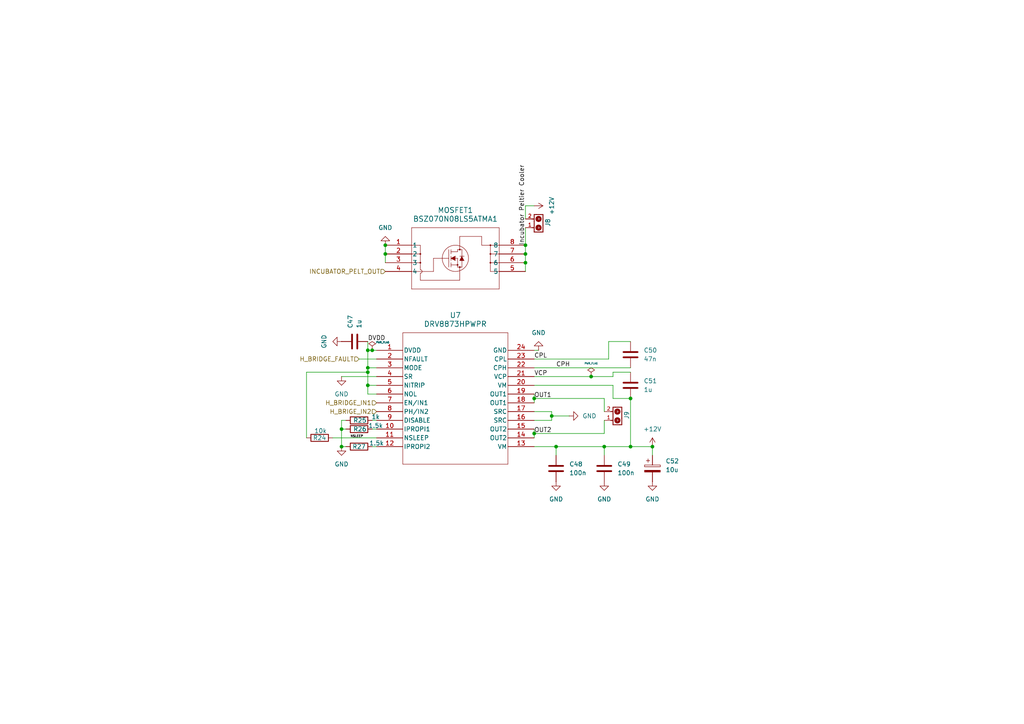
<source format=kicad_sch>
(kicad_sch (version 20231120) (generator "eeschema") (generator_version "8.0")
  (paper "A4")
  (lib_symbols
    (symbol "6620XX11122_66200211122:6620XX11122_66200211122" (pin_names (offset 1.016))
      (property "Reference" "J" (at 2.26 -0.555 0))
      (symbol "6620XX11122_66200211122_0_0"
        (circle (center -2.54 -1.27) (radius 0.254) (stroke (width 0.635)))
        (circle (center 0 -1.27) (radius 0.254) (stroke (width 0.635)))
        (polyline (pts (xy -3.81 -2.54) (xy -1.905 -2.54)) (stroke (width 0.254)))
        (polyline (pts (xy -3.81 -1.905) (xy -3.81 -2.54)) (stroke (width 0.254)))
        (polyline (pts (xy -3.81 0) (xy -3.81 -1.905)) (stroke (width 0.254)))
        (polyline (pts (xy -2.54 -3.175) (xy -2.54 -2.54)) (stroke (width 0.254)))
        (polyline (pts (xy -2.54 -1.27) (xy -2.54 -1.905)) (stroke (width 0.254)))
        (polyline (pts (xy -2.54 0) (xy -3.81 0)) (stroke (width 0.254)))
        (polyline (pts (xy -1.905 -2.54) (xy 0 -2.54)) (stroke (width 0.254)))
        (polyline (pts (xy -0.635 0) (xy -2.54 0)) (stroke (width 0.254)))
        (polyline (pts (xy 0 -3.175) (xy 0 -2.54)) (stroke (width 0.254)))
        (polyline (pts (xy 0 -2.54) (xy 1.27 -2.54)) (stroke (width 0.254)))
        (polyline (pts (xy 0 -1.27) (xy 0 -1.905)) (stroke (width 0.254)))
        (polyline (pts (xy 1.27 -2.54) (xy 1.27 -0.635)) (stroke (width 0.254)))
        (polyline (pts (xy 1.27 -0.635) (xy 1.27 0)) (stroke (width 0.254)))
        (polyline (pts (xy 1.27 0) (xy -0.635 0)) (stroke (width 0.254)))
        (pin passive line (at 0 -5.08 90) (length 2.54) (name "~") (number "1"))
        (pin passive line (at -2.54 -5.08 90) (length 2.54) (name "~") (number "2"))
      )
    )
    (symbol "BSZ070N08LS5ATMA1:BSZ070N08LS5ATMA1" (pin_names (offset 0.254))
      (property "Reference" "MOSFET" (at 20.32 10.16 0))
      (property "Value" "BSZ070N08LS5ATMA1" (at 20.32 7.62 0))
      (symbol "BSZ070N08LS5ATMA1_0_1"
        (polyline (pts (xy 7.62 -12.7) (xy 33.02 -12.7)) (stroke (width 0.127)))
        (polyline (pts (xy 7.62 -7.62) (xy 13.97 -7.62)) (stroke (width 0.127)))
        (polyline (pts (xy 7.62 -5.08) (xy 10.16 -5.08)) (stroke (width 0.127)))
        (polyline (pts (xy 7.62 -2.54) (xy 10.16 -2.54)) (stroke (width 0.127)))
        (polyline (pts (xy 7.62 0) (xy 10.16 0)) (stroke (width 0.127)))
        (polyline (pts (xy 7.62 5.08) (xy 7.62 -12.7)) (stroke (width 0.127)))
        (polyline (pts (xy 10.16 -10.16) (xy 21.59 -10.16)) (stroke (width 0.127)))
        (polyline (pts (xy 10.16 -8.128) (xy 10.16 -10.16)) (stroke (width 0.127)))
        (polyline (pts (xy 10.16 0) (xy 10.16 -7.112)) (stroke (width 0.127)))
        (polyline (pts (xy 13.97 -7.62) (xy 13.97 -3.81)) (stroke (width 0.127)))
        (polyline (pts (xy 13.97 -3.81) (xy 18.415 -3.81)) (stroke (width 0.127)))
        (polyline (pts (xy 18.415 -6.35) (xy 18.415 -1.27)) (stroke (width 0.127)))
        (polyline (pts (xy 19.05 -6.35) (xy 19.05 -5.08)) (stroke (width 0.127)))
        (polyline (pts (xy 19.05 -5.715) (xy 20.955 -5.715)) (stroke (width 0.127)))
        (polyline (pts (xy 19.05 -4.445) (xy 19.05 -3.175)) (stroke (width 0.127)))
        (polyline (pts (xy 19.05 -2.54) (xy 19.05 -1.27)) (stroke (width 0.127)))
        (polyline (pts (xy 19.05 -1.905) (xy 20.955 -1.905)) (stroke (width 0.127)))
        (polyline (pts (xy 20.32 -3.81) (xy 20.955 -3.81)) (stroke (width 0.127)))
        (polyline (pts (xy 20.955 -6.35) (xy 20.955 -3.81)) (stroke (width 0.127)))
        (polyline (pts (xy 20.955 -6.35) (xy 22.225 -6.35)) (stroke (width 0.127)))
        (polyline (pts (xy 20.955 -1.905) (xy 20.955 -1.27)) (stroke (width 0.127)))
        (polyline (pts (xy 20.955 -1.27) (xy 22.225 -1.27)) (stroke (width 0.127)))
        (polyline (pts (xy 21.59 -10.16) (xy 21.59 -6.35)) (stroke (width 0.127)))
        (polyline (pts (xy 21.59 2.54) (xy 21.59 -1.27)) (stroke (width 0.127)))
        (polyline (pts (xy 22.225 -6.35) (xy 22.225 -4.445)) (stroke (width 0.127)))
        (polyline (pts (xy 22.225 -3.175) (xy 22.225 -1.27)) (stroke (width 0.127)))
        (polyline (pts (xy 22.86 -3.175) (xy 21.59 -3.175)) (stroke (width 0.127)))
        (polyline (pts (xy 27.94 0) (xy 27.94 2.54)) (stroke (width 0.127)))
        (polyline (pts (xy 27.94 2.54) (xy 21.59 2.54)) (stroke (width 0.127)))
        (polyline (pts (xy 30.48 -7.62) (xy 30.48 0)) (stroke (width 0.127)))
        (polyline (pts (xy 33.02 -12.7) (xy 33.02 5.08)) (stroke (width 0.127)))
        (polyline (pts (xy 33.02 -7.62) (xy 30.48 -7.62)) (stroke (width 0.127)))
        (polyline (pts (xy 33.02 -5.08) (xy 30.48 -5.08)) (stroke (width 0.127)))
        (polyline (pts (xy 33.02 -2.54) (xy 30.48 -2.54)) (stroke (width 0.127)))
        (polyline (pts (xy 33.02 0) (xy 27.94 0)) (stroke (width 0.127)))
        (polyline (pts (xy 33.02 5.08) (xy 7.62 5.08)) (stroke (width 0.127)))
        (polyline (pts (xy 20.32 -3.175) (xy 19.05 -3.81) (xy 20.32 -4.445)) (fill (type outline)))
        (polyline (pts (xy 22.86 -4.445) (xy 21.59 -4.445) (xy 22.225 -3.175)) (fill (type outline)))
        (arc (start 10.16 -8.128) (mid 10.6657 -7.62) (end 10.16 -7.112) (stroke (width 0.127)))
        (circle (center 10.16 -5.08) (radius 0.127) (stroke (width 0.254)))
        (circle (center 10.16 -2.54) (radius 0.127) (stroke (width 0.254)))
        (circle (center 20.32 -3.81) (radius 3.81) (stroke (width 0.127)))
        (circle (center 20.955 -5.715) (radius 0.127) (stroke (width 0.254)))
        (circle (center 21.59 -6.35) (radius 0.127) (stroke (width 0.254)))
        (circle (center 21.59 -1.27) (radius 0.127) (stroke (width 0.254)))
        (circle (center 30.48 -5.08) (radius 0.127) (stroke (width 0.254)))
        (circle (center 30.48 -2.54) (radius 0.127) (stroke (width 0.254)))
        (circle (center 30.48 0) (radius 0.127) (stroke (width 0.254)))
        (pin unspecified line (at 0 0 0) (length 7.62) (name "1") (number "1"))
        (pin unspecified line (at 0 -2.54 0) (length 7.62) (name "2") (number "2"))
        (pin unspecified line (at 0 -5.08 0) (length 7.62) (name "3") (number "3"))
        (pin unspecified line (at 0 -7.62 0) (length 7.62) (name "4") (number "4"))
        (pin unspecified line (at 40.64 -7.62 180) (length 7.62) (name "5") (number "5"))
        (pin unspecified line (at 40.64 -5.08 180) (length 7.62) (name "6") (number "6"))
        (pin unspecified line (at 40.64 -2.54 180) (length 7.62) (name "7") (number "7"))
        (pin unspecified line (at 40.64 0 180) (length 7.62) (name "8") (number "8"))
      )
    )
    (symbol "DRV8873HPWPR:DRV8873HPWPR" (pin_names (offset 0.254))
      (property "Reference" "U2" (at 22.86 10.16 0))
      (property "Value" "DRV8873HPWPR" (at 22.86 7.62 0))
      (symbol "DRV8873HPWPR_0_1"
        (polyline (pts (xy 7.62 -33.02) (xy 38.1 -33.02)) (stroke (width 0.127)))
        (polyline (pts (xy 7.62 5.08) (xy 7.62 -33.02)) (stroke (width 0.127)))
        (polyline (pts (xy 38.1 -33.02) (xy 38.1 5.08)) (stroke (width 0.127)))
        (polyline (pts (xy 38.1 5.08) (xy 7.62 5.08)) (stroke (width 0.127)))
        (pin power_in line (at 0 0 0) (length 7.62) (name "DVDD") (number "1"))
        (pin output line (at 0 -22.86 0) (length 7.62) (name "IPROPI1") (number "10"))
        (pin input line (at 0 -25.4 0) (length 7.62) (name "NSLEEP") (number "11"))
        (pin output line (at 0 -27.94 0) (length 7.62) (name "IPROPI2") (number "12"))
        (pin power_in line (at 45.72 -27.94 180) (length 7.62) (name "VM") (number "13"))
        (pin input line (at 45.72 -20.32 180) (length 7.62) (name "SRC") (number "16"))
        (pin input line (at 45.72 -17.78 180) (length 7.62) (name "SRC") (number "17"))
        (pin output line (at 0 -2.54 0) (length 7.62) (name "NFAULT") (number "2"))
        (pin power_in line (at 45.72 -10.16 180) (length 7.62) (name "VM") (number "20"))
        (pin power_in line (at 45.72 -7.62 180) (length 7.62) (name "VCP") (number "21"))
        (pin unspecified line (at 45.72 -5.08 180) (length 7.62) (name "CPH") (number "22"))
        (pin unspecified line (at 45.72 -2.54 180) (length 7.62) (name "CPL") (number "23"))
        (pin power_in line (at 45.72 0 180) (length 7.62) (name "GND") (number "24"))
        (pin input line (at 0 -5.08 0) (length 7.62) (name "MODE") (number "3"))
        (pin input line (at 0 -7.62 0) (length 7.62) (name "SR") (number "4"))
        (pin input line (at 0 -10.16 0) (length 7.62) (name "NITRIP") (number "5"))
        (pin input line (at 0 -12.7 0) (length 7.62) (name "NOL") (number "6"))
        (pin input line (at 0 -15.24 0) (length 7.62) (name "EN/IN1") (number "7"))
        (pin input line (at 0 -17.78 0) (length 7.62) (name "PH/IN2") (number "8"))
        (pin input line (at 0 -20.32 0) (length 7.62) (name "DISABLE") (number "9"))
      )
      (symbol "DRV8873HPWPR_1_1"
        (pin passive line (at 45.72 -25.4 180) (length 7.62) (name "OUT2") (number "14"))
        (pin passive line (at 45.72 -22.86 180) (length 7.62) (name "OUT2") (number "15"))
        (pin passive line (at 45.72 -15.24 180) (length 7.62) (name "OUT1") (number "18"))
        (pin passive line (at 45.72 -12.7 180) (length 7.62) (name "OUT1") (number "19"))
      )
    )
    (symbol "Device:C" (pin_numbers hide) (pin_names (offset 0.254))
      (property "Reference" "C" (at 0.635 2.54 0))
      (property "Value" "C" (at 0.635 -2.54 0))
      (symbol "C_0_1"
        (polyline (pts (xy -2.032 -0.762) (xy 2.032 -0.762)) (stroke (width 0.508)))
        (polyline (pts (xy -2.032 0.762) (xy 2.032 0.762)) (stroke (width 0.508)))
      )
      (symbol "C_1_1"
        (pin passive line (at 0 3.81 270) (length 2.794) (name "~") (number "1"))
        (pin passive line (at 0 -3.81 90) (length 2.794) (name "~") (number "2"))
      )
    )
    (symbol "Device:C_Polarized" (pin_numbers hide) (pin_names (offset 0.254))
      (property "Reference" "C" (at 0.635 2.54 0))
      (property "Value" "C_Polarized" (at 0.635 -2.54 0))
      (symbol "C_Polarized_0_1"
        (rectangle (start -2.286 0.508) (end 2.286 1.016))
        (polyline (pts (xy -1.778 2.286) (xy -0.762 2.286)))
        (polyline (pts (xy -1.27 2.794) (xy -1.27 1.778)))
        (rectangle (start 2.286 -0.508) (end -2.286 -1.016) (fill (type outline)))
      )
      (symbol "C_Polarized_1_1"
        (pin passive line (at 0 3.81 270) (length 2.794) (name "~") (number "1"))
        (pin passive line (at 0 -3.81 90) (length 2.794) (name "~") (number "2"))
      )
    )
    (symbol "Device:R" (pin_numbers hide) (pin_names (offset 0))
      (property "Reference" "R" (at 2.032 0 90))
      (property "Value" "R" (at 0 0 90))
      (symbol "R_0_1"
        (rectangle (start -1.016 -2.54) (end 1.016 2.54) (stroke (width 0.254)))
      )
      (symbol "R_1_1"
        (pin passive line (at 0 3.81 270) (length 1.27) (name "~") (number "1"))
        (pin passive line (at 0 -3.81 90) (length 1.27) (name "~") (number "2"))
      )
    )
    (symbol "power:+12V" (power) (pin_numbers hide) (pin_names (offset 0) hide)
      (property "Value" "+12V" (at 0 3.556 0))
      (symbol "+12V_0_1"
        (polyline (pts (xy -0.762 1.27) (xy 0 2.54)))
        (polyline (pts (xy 0 0) (xy 0 2.54)))
        (polyline (pts (xy 0 2.54) (xy 0.762 1.27)))
      )
      (symbol "+12V_1_1"
        (pin power_in line (at 0 0 90) (length 0) (name "~") (number "1"))
      )
    )
    (symbol "power:+5V" (power) (pin_numbers hide) (pin_names (offset 0) hide)
      (property "Value" "+5V" (at 0 3.556 0))
      (symbol "+5V_0_1"
        (polyline (pts (xy -0.762 1.27) (xy 0 2.54)))
        (polyline (pts (xy 0 0) (xy 0 2.54)))
        (polyline (pts (xy 0 2.54) (xy 0.762 1.27)))
      )
      (symbol "+5V_1_1"
        (pin power_in line (at 0 0 90) (length 0) (name "~") (number "1"))
      )
    )
    (symbol "power:GND" (power) (pin_numbers hide) (pin_names (offset 0) hide)
      (property "Value" "GND" (at 0 -3.81 0))
      (symbol "GND_0_1"
        (polyline (pts (xy 0 0) (xy 0 -1.27) (xy 1.27 -1.27) (xy 0 -2.54) (xy -1.27 -1.27) (xy 0 -1.27)))
      )
      (symbol "GND_1_1"
        (pin power_in line (at 0 0 270) (length 0) (name "~") (number "1"))
      )
    )
    (symbol "power:PWR_FLAG" (power) (pin_numbers hide) (pin_names (offset 0) hide)
      (property "Value" "PWR_FLAG" (at 0 3.81 0))
      (symbol "PWR_FLAG_0_0"
        (pin power_out line (at 0 0 90) (length 0) (name "~") (number "1"))
      )
      (symbol "PWR_FLAG_0_1"
        (polyline (pts (xy 0 0) (xy 0 1.27) (xy -1.016 1.905) (xy 0 2.54) (xy 1.016 1.905) (xy 0 1.27)))
      )
    )
  )
  (junction (at 111.76 71.12))
  (junction (at 152.4 73.66))
  (junction (at 111.76 73.66))
  (junction (at 154.94 115.57))
  (junction (at 107.95 101.6))
  (junction (at 154.94 125.73))
  (junction (at 106.68 101.6))
  (junction (at 175.26 129.54))
  (junction (at 106.68 107.95))
  (junction (at 99.06 129.54))
  (junction (at 160.02 120.65))
  (junction (at 161.29 129.54))
  (junction (at 106.68 106.68))
  (junction (at 171.45 109.22))
  (junction (at 182.88 115.57))
  (junction (at 152.4 76.2))
  (junction (at 189.23 129.54))
  (junction (at 182.88 129.54))
  (junction (at 106.68 111.76))
  (junction (at 99.06 124.46))
  (junction (at 152.4 71.12))
  (wire (pts (xy 99.06 129.54) (xy 100.33 129.54)))
  (wire (pts (xy 154.94 121.92) (xy 160.02 121.92)))
  (wire (pts (xy 107.95 124.46) (xy 109.22 124.46)))
  (wire (pts (xy 176.53 99.06) (xy 176.53 104.14)))
  (wire (pts (xy 111.76 73.66) (xy 111.76 76.2)))
  (wire (pts (xy 106.68 106.68) (xy 109.22 106.68)))
  (wire (pts (xy 177.8 115.57) (xy 177.8 111.76)))
  (wire (pts (xy 171.45 109.22) (xy 177.8 109.22)))
  (wire (pts (xy 176.53 99.06) (xy 182.88 99.06)))
  (wire (pts (xy 106.68 99.06) (xy 106.68 101.6)))
  (wire (pts (xy 106.68 111.76) (xy 106.68 107.95)))
  (wire (pts (xy 156.21 101.6) (xy 154.94 101.6)))
  (wire (pts (xy 161.29 129.54) (xy 175.26 129.54)))
  (wire (pts (xy 152.4 59.69) (xy 154.94 59.69)))
  (wire (pts (xy 88.9 107.95) (xy 88.9 127)))
  (wire (pts (xy 152.4 63.5) (xy 152.4 59.69)))
  (wire (pts (xy 154.94 115.57) (xy 175.26 115.57)))
  (wire (pts (xy 154.94 119.38) (xy 160.02 119.38)))
  (wire (pts (xy 107.95 101.6) (xy 109.22 101.6)))
  (wire (pts (xy 88.9 107.95) (xy 106.68 107.95)))
  (wire (pts (xy 152.4 73.66) (xy 152.4 76.2)))
  (wire (pts (xy 177.8 107.95) (xy 177.8 109.22)))
  (wire (pts (xy 152.4 71.12) (xy 152.4 73.66)))
  (wire (pts (xy 154.94 125.73) (xy 154.94 127)))
  (wire (pts (xy 175.26 115.57) (xy 175.26 119.38)))
  (wire (pts (xy 176.53 104.14) (xy 154.94 104.14)))
  (wire (pts (xy 99.06 124.46) (xy 99.06 129.54)))
  (wire (pts (xy 109.22 104.14) (xy 104.14 104.14)))
  (wire (pts (xy 106.68 106.68) (xy 106.68 101.6)))
  (wire (pts (xy 161.29 132.08) (xy 161.29 129.54)))
  (wire (pts (xy 100.33 124.46) (xy 99.06 124.46)))
  (wire (pts (xy 99.06 109.22) (xy 109.22 109.22)))
  (wire (pts (xy 175.26 129.54) (xy 182.88 129.54)))
  (wire (pts (xy 182.88 107.95) (xy 177.8 107.95)))
  (wire (pts (xy 107.95 129.54) (xy 109.22 129.54)))
  (wire (pts (xy 106.68 107.95) (xy 106.68 106.68)))
  (wire (pts (xy 99.06 121.92) (xy 100.33 121.92)))
  (wire (pts (xy 154.94 129.54) (xy 161.29 129.54)))
  (wire (pts (xy 152.4 76.2) (xy 152.4 78.74)))
  (wire (pts (xy 96.52 127) (xy 109.22 127)))
  (wire (pts (xy 177.8 111.76) (xy 154.94 111.76)))
  (wire (pts (xy 154.94 114.3) (xy 154.94 115.57)))
  (wire (pts (xy 99.06 121.92) (xy 99.06 124.46)))
  (wire (pts (xy 106.68 114.3) (xy 106.68 111.76)))
  (wire (pts (xy 111.76 71.12) (xy 111.76 73.66)))
  (wire (pts (xy 182.88 115.57) (xy 177.8 115.57)))
  (wire (pts (xy 154.94 109.22) (xy 171.45 109.22)))
  (wire (pts (xy 109.22 111.76) (xy 106.68 111.76)))
  (wire (pts (xy 160.02 120.65) (xy 165.1 120.65)))
  (wire (pts (xy 189.23 132.08) (xy 189.23 129.54)))
  (wire (pts (xy 189.23 129.54) (xy 182.88 129.54)))
  (wire (pts (xy 154.94 125.73) (xy 175.26 125.73)))
  (wire (pts (xy 175.26 125.73) (xy 175.26 121.92)))
  (wire (pts (xy 106.68 101.6) (xy 107.95 101.6)))
  (wire (pts (xy 152.4 71.12) (xy 152.4 66.04)))
  (wire (pts (xy 154.94 124.46) (xy 154.94 125.73)))
  (wire (pts (xy 109.22 114.3) (xy 106.68 114.3)))
  (wire (pts (xy 160.02 120.65) (xy 160.02 121.92)))
  (wire (pts (xy 160.02 119.38) (xy 160.02 120.65)))
  (wire (pts (xy 154.94 106.68) (xy 182.88 106.68)))
  (wire (pts (xy 175.26 132.08) (xy 175.26 129.54)))
  (wire (pts (xy 107.95 121.92) (xy 109.22 121.92)))
  (wire (pts (xy 182.88 129.54) (xy 182.88 115.57)))
  (wire (pts (xy 154.94 115.57) (xy 154.94 116.84)))
  (label "Incubator Peltier Cooler" (at 152.4 71.12 90))
  (label "DVDD" (at 106.68 99.06 0))
  (label "OUT1" (at 154.94 115.57 0))
  (label "CPL" (at 154.94 104.14 0))
  (label "CPH" (at 161.29 106.68 0))
  (label "OUT2" (at 154.94 125.73 0))
  (label "VCP" (at 154.94 109.22 0))
  (label "NSLEEP" (at 101.6 127 0) (effects (font (size 0.635 0.635))))
  (hierarchical_label "H_BRIDGE_IN1" (shape input) (at 109.22 116.84 180))
  (hierarchical_label "H_BRIDGE_FAULT" (shape input) (at 104.14 104.14 180))
  (hierarchical_label "H_BRIGE_IN2" (shape input) (at 109.22 119.38 180))
  (hierarchical_label "INCUBATOR_PELT_OUT" (shape input) (at 111.76 78.74 180))
  (symbol (lib_id "power:+12V") (at 189.23 129.54 0) (unit 1)
    (property "Reference" "#PWR082" (effects (hide yes)))
    (property "Value" "+12V" (at 189.23 124.46 0))
    (property "Description" "Power symbol creates a global label with name \"+12V\"" (effects (hide yes)))
  )
  (symbol (lib_id "DRV8873HPWPR:DRV8873HPWPR") (at 109.22 101.6 0) (unit 1)
    (property "Reference" "U7" (at 132.08 91.44 0) (effects (font (size 1.524 1.524))))
    (property "Value" "DRV8873HPWPR" (at 132.08 93.98 0) (effects (font (size 1.524 1.524))))
    (property "Footprint" "DRV8873HPWPR.pretty:PWP24_TEX" (effects (hide yes)))
    (property "Datasheet" "DRV8873HPWPR" (effects (hide yes)))
  )
  (symbol (lib_id "power:GND") (at 161.29 139.7 0) (unit 1)
    (property "Reference" "#PWR079" (effects (hide yes)))
    (property "Value" "GND" (at 161.29 144.78 0))
    (property "Description" "Power symbol creates a global label with name \"GND\" , ground" (effects (hide yes)))
  )
  (symbol (lib_id "Device:C") (at 182.88 102.87 0) (unit 1)
    (property "Reference" "C50" (at 186.69 101.5999 0) (effects (justify left)))
    (property "Value" "47n" (at 186.69 104.1399 0) (effects (justify left)))
    (property "Footprint" "Capacitor_SMD:C_0402_1005Metric" (effects (hide yes)))
    (property "Description" "Unpolarized capacitor (X7R)" (effects (hide yes)))
  )
  (symbol (lib_id "BSZ070N08LS5ATMA1:BSZ070N08LS5ATMA1") (at 111.76 71.12 0) (unit 1)
    (property "Reference" "MOSFET1" (at 132.08 60.96 0) (effects (font (size 1.524 1.524))))
    (property "Value" "BSZ070N08LS5ATMA1" (at 132.08 63.5 0) (effects (font (size 1.524 1.524))))
    (property "Footprint" "BSZ070N08LS5ATMA1:TSDSON-8-FL_INF" (effects (hide yes)))
    (property "Datasheet" "BSZ070N08LS5ATMA1" (effects (hide yes)))
  )
  (symbol (lib_id "power:GND") (at 156.21 101.6 180) (unit 1)
    (property "Reference" "#PWR078" (effects (hide yes)))
    (property "Value" "GND" (at 156.21 96.52 0))
    (property "Description" "Power symbol creates a global label with name \"GND\" , ground" (effects (hide yes)))
  )
  (symbol (lib_id "power:+5V") (at 154.94 59.69 270) (unit 1)
    (property "Reference" "#PWR077" (effects (hide yes)))
    (property "Value" "+12V" (at 160.02 59.69 0))
    (property "Description" "Power symbol creates a global label with name \"+5V\"" (effects (hide yes)))
  )
  (symbol (lib_id "power:GND") (at 99.06 109.22 0) (unit 1)
    (property "Reference" "#PWR074" (effects (hide yes)))
    (property "Value" "GND" (at 99.06 114.3 0))
    (property "Description" "Power symbol creates a global label with name \"GND\" , ground" (effects (hide yes)))
  )
  (symbol (lib_id "6620XX11122_66200211122:6620XX11122_66200211122") (at 180.34 121.92 270) (unit 1)
    (property "Reference" "J9" (at 181.7624 121.6406 0) (effects (justify right)))
    (property "Value" "6620XX11122_66200211122" (effects (hide yes)))
    (property "Footprint" "1x02_socket_66200211122.pretty:66200211122" (effects (hide yes)))
    (property "TOL-R" "max." (effects (hide yes)))
    (property "ROWS" "Single" (effects (hide yes)))
    (property "CONTACT-RESISTANCE" "10Ohm" (effects (hide yes)))
    (property "GENDER" "Male" (effects (hide yes)))
    (property "MOUNT" "THT" (effects (hide yes)))
    (property "IR" "5A" (effects (hide yes)))
    (property "VALUE" "66200211122" (effects (hide yes)))
    (property "PART-NUMBER" "66200211122" (effects (hide yes)))
    (property "DATASHEET-URL" "https://www.we-online.com/redexpert/spec/66200211122?ae" (effects (hide yes)))
    (property "WORKING-VOLTAGE" "250V(AC)" (effects (hide yes)))
    (property "PINS" "2" (effects (hide yes)))
    (property "PITCH" "3mm" (effects (hide yes)))
    (property "TYPE" "Vertical" (effects (hide yes)))
  )
  (symbol (lib_id "power:PWR_FLAG") (at 107.95 101.6 0) (unit 1)
    (property "Reference" "#FLG07" (effects (hide yes)))
    (property "Value" "PWR_FLAG" (at 110.998 99.314 0) (effects (font (size 0.508 0.508))))
    (property "Description" "Special symbol for telling ERC where power comes from" (effects (hide yes)))
  )
  (symbol (lib_id "power:GND") (at 99.06 129.54 0) (unit 1)
    (property "Reference" "#PWR075" (effects (hide yes)))
    (property "Value" "GND" (at 99.06 134.62 0))
    (property "Description" "Power symbol creates a global label with name \"GND\" , ground" (effects (hide yes)))
  )
  (symbol (lib_id "Device:R") (at 104.14 129.54 90) (unit 1)
    (property "Reference" "R27" (at 104.14 129.54 90))
    (property "Value" "1.5k" (at 109.22 128.524 90))
    (property "Footprint" "Resistor_SMD:R_0201_0603Metric" (effects (hide yes)))
    (property "Description" "Resistor" (effects (hide yes)))
  )
  (symbol (lib_id "Device:C_Polarized") (at 189.23 135.89 0) (unit 1)
    (property "Reference" "C52" (at 193.04 133.7309 0) (effects (justify left)))
    (property "Value" "10u" (at 193.04 136.2709 0) (effects (justify left)))
    (property "Footprint" "Capacitor_SMD:CP_Elec_5x5.4" (effects (hide yes)))
    (property "Description" "Polarized capacitor" (effects (hide yes)))
  )
  (symbol (lib_id "power:GND") (at 165.1 120.65 90) (unit 1)
    (property "Reference" "#PWR080" (effects (hide yes)))
    (property "Value" "GND" (at 168.91 120.6499 90) (effects (justify right)))
    (property "Description" "Power symbol creates a global label with name \"GND\" , ground" (effects (hide yes)))
  )
  (symbol (lib_id "Device:C") (at 161.29 135.89 0) (unit 1)
    (property "Reference" "C48" (at 165.1 134.6199 0) (effects (justify left)))
    (property "Value" "100n" (at 165.1 137.1599 0) (effects (justify left)))
    (property "Footprint" "Capacitor_SMD:C_0402_1005Metric" (effects (hide yes)))
    (property "Description" "Unpolarized capacitor Ceramic" (effects (hide yes)))
  )
  (symbol (lib_id "power:GND") (at 175.26 139.7 0) (unit 1)
    (property "Reference" "#PWR081" (effects (hide yes)))
    (property "Value" "GND" (at 175.26 144.78 0))
    (property "Description" "Power symbol creates a global label with name \"GND\" , ground" (effects (hide yes)))
  )
  (symbol (lib_id "Device:R") (at 104.14 124.46 90) (unit 1)
    (property "Reference" "R26" (at 104.394 124.46 90))
    (property "Value" "1.5k" (at 108.966 123.444 90))
    (property "Footprint" "Resistor_SMD:R_0201_0603Metric" (effects (hide yes)))
    (property "Description" "Resistor" (effects (hide yes)))
  )
  (symbol (lib_id "Device:C") (at 102.87 99.06 90) (unit 1)
    (property "Reference" "C47" (at 101.5999 95.25 0) (effects (justify left)))
    (property "Value" "1u" (at 104.1399 95.25 0) (effects (justify left)))
    (property "Footprint" "Capacitor_SMD:C_0402_1005Metric" (effects (hide yes)))
    (property "Description" "Unpolarized capacitor 6.3V Ceramic" (effects (hide yes)))
  )
  (symbol (lib_id "6620XX11122_66200211122:6620XX11122_66200211122") (at 157.48 66.04 270) (unit 1)
    (property "Reference" "J8" (at 158.9024 65.7606 0) (effects (justify right)))
    (property "Value" "6620XX11122_66200211122" (effects (hide yes)))
    (property "Footprint" "1x02_socket_66200211122.pretty:66200211122" (effects (hide yes)))
    (property "TOL-R" "max." (effects (hide yes)))
    (property "ROWS" "Single" (effects (hide yes)))
    (property "CONTACT-RESISTANCE" "10Ohm" (effects (hide yes)))
    (property "GENDER" "Male" (effects (hide yes)))
    (property "MOUNT" "THT" (effects (hide yes)))
    (property "IR" "5A" (effects (hide yes)))
    (property "VALUE" "66200211122" (effects (hide yes)))
    (property "PART-NUMBER" "66200211122" (effects (hide yes)))
    (property "DATASHEET-URL" "https://www.we-online.com/redexpert/spec/66200211122?ae" (effects (hide yes)))
    (property "WORKING-VOLTAGE" "250V(AC)" (effects (hide yes)))
    (property "PINS" "2" (effects (hide yes)))
    (property "PITCH" "3mm" (effects (hide yes)))
    (property "TYPE" "Vertical" (effects (hide yes)))
  )
  (symbol (lib_id "Device:C") (at 182.88 111.76 0) (unit 1)
    (property "Reference" "C51" (at 186.69 110.4899 0) (effects (justify left)))
    (property "Value" "1u" (at 186.69 113.0299 0) (effects (justify left)))
    (property "Footprint" "Capacitor_SMD:C_0402_1005Metric" (effects (hide yes)))
    (property "Description" "Unpolarized capacitor 16V Ceramic" (effects (hide yes)))
  )
  (symbol (lib_id "power:GND") (at 189.23 139.7 0) (unit 1)
    (property "Reference" "#PWR083" (effects (hide yes)))
    (property "Value" "GND" (at 189.23 144.78 0))
    (property "Description" "Power symbol creates a global label with name \"GND\" , ground" (effects (hide yes)))
  )
  (symbol (lib_id "Device:R") (at 92.71 127 90) (unit 1)
    (property "Reference" "R24" (at 92.71 127 90))
    (property "Value" "10k" (at 92.964 124.968 90))
    (property "Footprint" "Resistor_SMD:R_0201_0603Metric" (effects (hide yes)))
    (property "Description" "Resistor" (effects (hide yes)))
  )
  (symbol (lib_id "Device:C") (at 175.26 135.89 0) (unit 1)
    (property "Reference" "C49" (at 179.07 134.6199 0) (effects (justify left)))
    (property "Value" "100n" (at 179.07 137.1599 0) (effects (justify left)))
    (property "Footprint" "Capacitor_SMD:C_0402_1005Metric" (effects (hide yes)))
    (property "Description" "Unpolarized capacitor Ceramic" (effects (hide yes)))
  )
  (symbol (lib_id "Device:R") (at 104.14 121.92 90) (unit 1)
    (property "Reference" "R25" (at 104.394 121.92 90))
    (property "Value" "1k" (at 108.966 120.904 90))
    (property "Footprint" "Resistor_SMD:R_0201_0603Metric" (effects (hide yes)))
    (property "Description" "Resistor" (effects (hide yes)))
  )
  (symbol (lib_id "power:GND") (at 111.76 71.12 180) (unit 1)
    (property "Reference" "#PWR076" (effects (hide yes)))
    (property "Value" "GND" (at 111.76 66.04 0))
    (property "Description" "Power symbol creates a global label with name \"GND\" , ground" (effects (hide yes)))
  )
  (symbol (lib_id "power:GND") (at 99.06 99.06 270) (unit 1)
    (property "Reference" "#PWR073" (effects (hide yes)))
    (property "Value" "GND" (at 93.98 99.06 0))
    (property "Description" "Power symbol creates a global label with name \"GND\" , ground" (effects (hide yes)))
  )
  (symbol (lib_id "power:PWR_FLAG") (at 171.45 109.22 0) (unit 1)
    (property "Reference" "#FLG08" (effects (hide yes)))
    (property "Value" "PWR_FLAG" (at 171.45 105.41 0) (effects (font (size 0.508 0.508))))
    (property "Description" "Special symbol for telling ERC where power comes from" (effects (hide yes)))
  )
)
</source>
